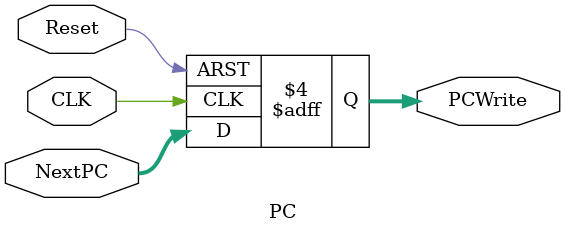
<source format=v>
`timescale 1ns / 1ps


module PC(
    input CLK,
    input Reset,
    input [31: 0] NextPC,
    output reg [31: 0] PCWrite 
    );
    
    initial begin
        PCWrite <= 0;
    end
    always @(posedge CLK or negedge Reset) begin
        if (Reset == 0) begin
            PCWrite <= 0;
        end else begin
            PCWrite <= NextPC;
        end
    end
endmodule

</source>
